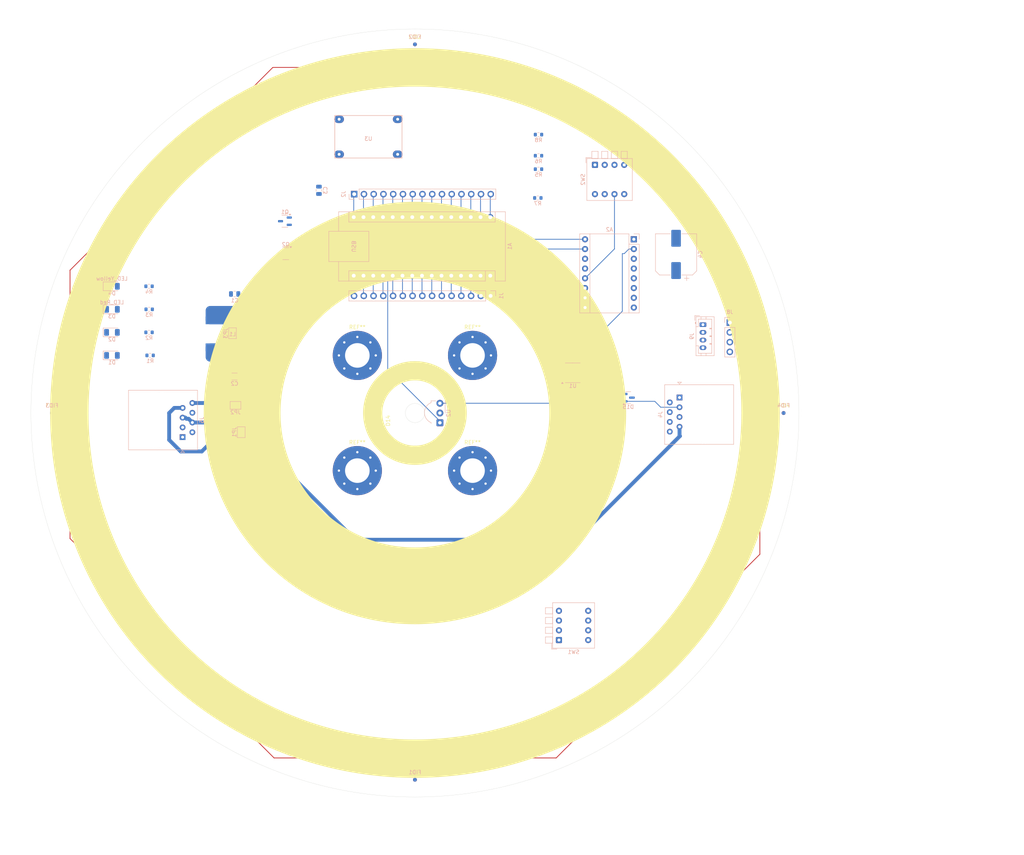
<source format=kicad_pcb>
(kicad_pcb (version 20241229) (generator "pcbnew") (generator_version "9.0")
  (layers (0 "F.Cu" jumper) (2 "B.Cu" signal) (13 "F.Paste" user) (15 "B.Paste" user) (5 "F.SilkS" user "F.Silkscreen") (7 "B.SilkS" user "B.Silkscreen") (1 "F.Mask" user) (3 "B.Mask" user) (25 "Edge.Cuts" user))
  (net 0 "")
  (net 1 "A1")
  (net 2 "Receiver_Enable")
  (net 3 "STEP")
  (net 4 "RJ45_7")
  (net 5 "A3")
  (net 6 "Driver_Input")
  (net 7 "Driver_Enable")
  (net 8 "SCK")
  (net 9 "MISO")
  (net 10 "A6")
  (net 11 "IR_Signal")
  (net 12 "A7")
  (net 13 "+3.3V")
  (net 14 "+5V")
  (net 15 "AREF")
  (net 16 "D8")
  (net 17 "SCL{slash}A5")
  (net 18 "DIR")
  (net 19 "D9")
  (net 20 "D10")
  (net 21 "RESET")
  (net 22 "Receiver_Output")
  (net 23 "RESET2")
  (net 24 "A2")
  (net 25 "SignalA")
  (net 26 "MCU VIN")
  (net 27 "SDA{slash}A4")
  (net 28 "Net-(D1-A)")
  (net 29 "Net-(D2-A)")
  (net 30 "Net-(D3-A)")
  (net 31 "Net-(D4-A)")
  (net 32 "SignalB")
  (net 33 "MOSI")
  (net 34 "Net-(A2-2A)")
  (net 35 "Enable_Indicator")
  (net 36 "Hit_Indicator")
  (net 37 "Net-(A2-MS1)")
  (net 38 "Net-(A2-2B)")
  (net 39 "Net-(A2-1B)")
  (net 40 "Net-(A2-MS3)")
  (net 41 "Net-(A2-MS2)")
  (net 42 "Net-(A2-1A)")
  (net 43 "+24V")
  (net 44 "RJ45_8")
  (net 45 "Net-(D5-A)")
  (net 46 "Net-(D5-K)")
  (net 47 "Net-(D6-K)")
  (net 48 "Net-(D16-K)")
  (net 49 "Net-(D7-K)")
  (net 50 "Net-(D8-K)")
  (net 51 "Net-(D10-A)")
  (net 52 "Net-(D10-K)")
  (net 53 "Net-(D11-K)")
  (net 54 "Net-(D12-K)")
  (net 55 "Net-(D13-K)")
  (net 56 "Net-(D14-K)")
  (net 59 "Net-(D16-A)")
  (net 60 "Net-(D17-K)")
  (net 61 "Net-(D18-K)")
  (net 62 "Net-(D19-K)")
  (net 63 "Net-(D20-K)")
  (net 64 "Net-(D21-A)")
  (net 65 "Net-(D21-K)")
  (net 66 "Net-(D22-K)")
  (net 67 "Net-(D23-K)")
  (net 68 "Net-(D24-K)")
  (net 70 "GND")
  (net 71 "+VDC")
  (footprint "LED_SMD:LED_1206_3216Metric" (layer "F.Cu") (at 200.1 60)
    (property "Reference" "D17")
    (property "Value" "Hit LED")
  )
  (footprint "LED_SMD:LED_1206_3216Metric" (layer "F.Cu") (at 200.1 191.427648)
    (property "Reference" "D8")
    (property "Value" "Enable LED")
  )
  (footprint "Fiducial:Fiducial_1mm_Mask2mm" (layer "F.Cu") (at 200 245.5)
    (property "Reference" "FID1")
    (property "Value" "Fiducial")
  )
  (footprint "MountingHole:MountingHole_6.4mm_M6_Pad_Via" (layer "F.Cu") (at 215 165)
    (property "Reference" "REF**")
    (property "Value" "MountingHole_6.4mm_M6_Pad_Via")
  )
  (footprint "LED_SMD:LED_1206_3216Metric" (layer "F.Cu") (at 200 161)
    (property "Reference" "D25")
    (property "Value" "Hit LED")
  )
  (footprint "LED_SMD:LED_1206_3216Metric" (layer "F.Cu") (at 200 239.810912)
    (property "Reference" "D24")
    (property "Value" "Hit LED")
  )
  (footprint "MountingHole:MountingHole_6.4mm_M6_Pad_Via" (layer "F.Cu") (at 215 135)
    (property "Reference" "REF**")
    (property "Value" "MountingHole_6.4mm_M6_Pad_Via")
  )
  (footprint "LED_SMD:LED_1206_3216Metric" (layer "F.Cu") (at 269.6 207 45)
    (property "Reference" "D23")
    (property "Value" "Hit LED")
  )
  (footprint "LED_SMD:LED_1206_3216Metric" (layer "F.Cu") (at 168.010051 123.489949 45)
    (property "Reference" "D12")
    (property "Value" "Enable LED")
  )
  (footprint "LED_SMD:LED_1206_3216Metric" (layer "F.Cu") (at 168.010051 176.510051 -45)
    (property "Reference" "D9")
    (property "Value" "Enable LED")
  )
  (footprint "MountingHole:MountingHole_6.4mm_M6_Pad_Via" (layer "F.Cu") (at 185 135)
    (property "Reference" "REF**")
    (property "Value" "MountingHole_6.4mm_M6_Pad_Via")
  )
  (footprint "LED_SMD:LED_1206_3216Metric" (layer "F.Cu") (at 134.989949 88.010051 45)
    (property "Reference" "D18")
    (property "Value" "Hit LED")
  )
  (footprint "LED_SMD:LED_1206_3216Metric" (layer "F.Cu") (at 211 150 90)
    (property "Reference" "D6")
    (property "Value" "Enable LED")
  )
  (footprint "Fiducial:Fiducial_1mm_Mask2mm" (layer "F.Cu") (at 200 54)
    (property "Reference" "FID2")
    (property "Value" "Fiducial")
  )
  (footprint "LED_SMD:LED_1206_3216Metric" (layer "F.Cu") (at 232.010051 176.489949 45)
    (property "Reference" "D7")
    (property "Value" "Enable LED")
  )
  (footprint "LED_SMD:LED_1206_3216Metric" (layer "F.Cu") (at 110.189088 150 90)
    (property "Reference" "D19")
    (property "Value" "Hit LED")
  )
  (footprint "Fiducial:Fiducial_1mm_Mask2mm" (layer "F.Cu") (at 105.5 150)
    (property "Reference" "FID3")
    (property "Value" "Fiducial")
  )
  (footprint "LED_SMD:LED_1206_3216Metric" (layer "F.Cu") (at 189.5 150.1 -90)
    (property "Reference" "D14")
    (property "Value" "Enable LED")
  )
  (footprint "MountingHole:MountingHole_6.4mm_M6_Pad_Via" (layer "F.Cu") (at 185 165)
    (property "Reference" "REF**")
    (property "Value" "MountingHole_6.4mm_M6_Pad_Via")
  )
  (footprint "LED_SMD:LED_1206_3216Metric" (layer "F.Cu") (at 241 150 90)
    (property "Reference" "D5")
    (property "Value" "Enable LED")
  )
  (footprint "LED_SMD:LED_1206_3216Metric" (layer "F.Cu") (at 200.100001 108.5)
    (property "Reference" "D11")
    (property "Value" "Enable LED")
  )
  (footprint "LED_SMD:LED_1206_3216Metric" (layer "F.Cu") (at 131.510051 207.510051 135)
    (property "Reference" "D20")
    (property "Value" "Hit LED")
  )
  (footprint "LED_SMD:LED_1206_3216Metric" (layer "F.Cu") (at 200 139)
    (property "Reference" "D16")
    (property "Value" "Hit LED")
  )
  (footprint "LED_SMD:LED_1206_3216Metric" (layer "F.Cu") (at 158.010051 150.489949 90)
    (property "Reference" "D13")
    (property "Value" "Enable LED")
  )
  (footprint "Fiducial:Fiducial_1mm_Mask2mm" (layer "F.Cu") (at 296 150)
    (property "Reference" "FID4")
    (property "Value" "Fiducial")
  )
  (footprint "LED_SMD:LED_1206_3216Metric" (layer "F.Cu") (at 232.010051 123.510051 -45)
    (property "Reference" "D10")
    (property "Value" "Enable LED")
  )
  (footprint "LED_SMD:LED_1206_3216Metric" (layer "F.Cu") (at 289.810912 150 90)
    (property "Reference" "D22")
    (property "Value" "Hit LED")
  )
  (footprint "LED_SMD:LED_1206_3216Metric" (layer "F.Cu") (at 268.510051 91.510051 135)
    (property "Reference" "D21")
    (property "Value" "Hit LED")
  )
  (footprint "Resistor_SMD:R_0603_1608Metric" (layer "B.Cu") (at 232 94)
    (property "Reference" "R7")
    (property "Value" "R")
  )
  (footprint "Jumper:SolderJumper-2_P1.3mm_Open_TrianglePad1.0x1.5mm" (layer "B.Cu") (at 154.775 155 -90)
    (property "Reference" "JP1")
    (property "Value" "EtherKiller1")
  )
  (footprint "LED_SMD:LED_1206_3216Metric" (layer "B.Cu") (at 121.1 129)
    (property "Reference" "D2")
    (property "Value" "LED_White")
  )
  (footprint "Resistor_SMD:R_0603_1608Metric" (layer "B.Cu") (at 131.0375 135)
    (property "Reference" "R1")
    (property "Value" "2k")
  )
  (footprint "LED_SMD:LED_1206_3216Metric" (layer "B.Cu") (at 121.1 135)
    (property "Reference" "D1")
    (property "Value" "LED_Green")
  )
  (footprint "Package_SO:SOIC-8_3.9x4.9mm_P1.27mm" (layer "B.Cu") (at 241.095 139.525)
    (property "Reference" "U1")
    (property "Value" "MAX485E")
  )
  (footprint "Resistor_SMD:R_0603_1608Metric" (layer "B.Cu") (at 232.175 86.5)
    (property "Reference" "R5")
    (property "Value" "R")
  )
  (footprint "Fiducial:Fiducial_1mm_Mask2mm" (layer "B.Cu") (at 200 245.5 180)
    (property "Reference" "FID1")
    (property "Value" "Fiducial")
  )
  (footprint "Connector_RJ:RJ45_Amphenol_54602-x08_Horizontal" (layer "B.Cu") (at 139.5 156.2825 90)
    (property "Reference" "J5")
    (property "Value" "RJ45")
  )
  (footprint "Capacitor_SMD:CP_Elec_10x10.5" (layer "B.Cu") (at 268 108.7 90)
    (property "Reference" "C4")
    (property "Value" "100uF 50V")
  )
  (footprint "Mini360_step-down:Mini360_step-down" (layer "B.Cu") (at 187.88 78.07 180)
    (property "Reference" "U3")
    (property "Value" "Mini360")
  )
  (footprint "Capacitor_SMD:C_0805_2012Metric" (layer "B.Cu") (at 175 92 90)
    (property "Reference" "C3")
    (property "Value" "0.1uF")
  )
  (footprint "Jumper:SolderJumper-2_P1.3mm_Open_TrianglePad1.0x1.5mm" (layer "B.Cu") (at 152.5 129.225 -90)
    (property "Reference" "JP3")
    (property "Value" "Filter Bypass")
  )
  (footprint "Capacitor_SMD:C_1206_3216Metric" (layer "B.Cu") (at 153.025 140.5)
    (property "Reference" "C2")
    (property "Value" "10uF")
  )
  (footprint "OptoDevice:Vishay_MOLD-3Pin" (layer "B.Cu") (at 206.5 152.54 90)
    (property "Reference" "U2")
    (property "Value" "EAIRMCA1")
  )
  (footprint "Connector_JST:JST_PH_B4B-PH-K_1x04_P2.00mm_Vertical" (layer "B.Cu") (at 275 127 -90)
    (property "Reference" "J9")
    (property "Value" "Motor")
  )
  (footprint "Connector_PinSocket_2.54mm:PinSocket_1x15_P2.54mm_Vertical" (layer "B.Cu") (at 219.7 119.5 90)
    (property "Reference" "J1")
    (property "Value" "Conn_01x15")
  )
  (footprint "Package_TO_SOT_SMD:SOT-23" (layer "B.Cu") (at 255.5625 146)
    (property "Reference" "D15")
    (property "Value" "SM712_SOT23")
  )
  (footprint "Module:Arduino_Nano" (layer "B.Cu") (at 219.62 114.24 90)
    (property "Reference" "A1")
    (property "Value" "Arduino_Nano_Every")
  )
  (footprint "Resistor_SMD:R_0603_1608Metric" (layer "B.Cu") (at 232.175 77.5)
    (property "Reference" "R8")
    (property "Value" "R")
  )
  (footprint "Jumper:SolderJumper-2_P1.3mm_Open_TrianglePad1.0x1.5mm" (layer "B.Cu") (at 153.275 148)
    (property "Reference" "JP2")
    (property "Value" "EtherKiller2")
  )
  (footprint "Capacitor_SMD:C_0805_2012Metric" (layer "B.Cu") (at 153.05 119)
    (property "Reference" "C1")
    (property "Value" "0.1uF")
  )
  (footprint "Fiducial:Fiducial_1mm_Mask2mm" (layer "B.Cu") (at 296 150 180)
    (property "Reference" "FID4")
    (property "Value" "Fiducial")
  )
  (footprint "Package_TO_SOT_SMD:SOT-23-3" (layer "B.Cu") (at 166.3625 108.5 180)
    (property "Reference" "Q2")
    (property "Value" "2N7002BK")
  )
  (footprint "Button_Switch_THT:SW_DIP_SPSTx04_Piano_10.8x11.72mm_W7.62mm_P2.54mm" (layer "B.Cu") (at 237.5 209.12)
    (property "Reference" "SW1")
    (property "Value" "SW_DIP_x04")
  )
  (footprint "Resistor_SMD:R_0603_1608Metric" (layer "B.Cu") (at 130.75869 117)
    (property "Reference" "R4")
    (property "Value" "2k")
  )
  (footprint "Fiducial:Fiducial_1mm_Mask2mm" (layer "B.Cu") (at 105.5 150 180)
    (property "Reference" "FID3")
    (property "Value" "Fiducial")
  )
  (footprint "Connector_RJ:RJ45_Amphenol_54602-x08_Horizontal" (layer "B.Cu") (at 268.9 145.96 -90)
    (property "Reference" "J4")
    (property "Value" "RJ45")
  )
  (footprint "Package_TO_SOT_SMD:SOT-23-3" (layer "B.Cu") (at 166.1375 100.05 180)
    (property "Reference" "Q1")
    (property "Value" "2N7002BK")
  )
  (footprint "LED_SMD:LED_1206_3216Metric" (layer "B.Cu") (at 121.1 117)
    (property "Reference" "D4")
    (property "Value" "LED_Yellow")
  )
  (footprint "Resistor_SMD:R_0603_1608Metric" (layer "B.Cu") (at 130.75869 129)
    (property "Reference" "R2")
    (property "Value" "2k")
  )
  (footprint "Fiducial:Fiducial_1mm_Mask2mm" (layer "B.Cu") (at 200 54 180)
    (property "Reference" "FID2")
    (property "Value" "Fiducial")
  )
  (footprint "LED_SMD:LED_1206_3216Metric" (layer "B.Cu") (at 121.1 123)
    (property "Reference" "D3")
    (property "Value" "LED_Red")
  )
  (footprint "Button_Switch_THT:SW_DIP_SPSTx04_Piano_10.8x11.72mm_W7.62mm_P2.54mm" (layer "B.Cu") (at 246.88 85.38 -90)
    (property "Reference" "SW2")
    (property "Value" "SW_DIP_x04")
  )
  (footprint "Resistor_SMD:R_0603_1608Metric" (layer "B.Cu") (at 232.175 83)
    (property "Reference" "R6")
    (property "Value" "R")
  )
  (footprint "Mini360_step-down:Inductor_SDR1307" (layer "B.Cu") (at 152.5 129.375 180)
    (property "Reference" "L1")
    (property "Value" "1mH")
  )
  (footprint "Connector_PinSocket_2.54mm:PinSocket_1x04_P2.54mm_Vertical" (layer "B.Cu") (at 282 126.46 180)
    (property "Reference" "J8")
    (property "Value" "Motor")
  )
  (footprint "Module:Pololu_Breakout-16_15.2x20.3mm" (layer "B.Cu") (at 257 104.76 180)
    (property "Reference" "A2")
    (property "Value" "Pololu_Breakout_A4988")
  )
  (footprint "Connector_PinSocket_2.54mm:PinSocket_1x15_P2.54mm_Vertical" (layer "B.Cu") (at 184.18 93 -90)
    (property "Reference" "J2")
    (property "Value" "Conn_01x15")
  )
  (footprint "Resistor_SMD:R_0603_1608Metric" (layer "B.Cu") (at 130.79619 123)
    (property "Reference" "R3")
    (property "Value" "2k")
  )
  (gr_circle (center 200 150) (end 245 150) (stroke (width 20)) (fill no) (layer "F.SilkS"))
  (gr_circle (center 200 150) (end 211 150) (stroke (width 5)) (fill no) (layer "F.SilkS"))
  (gr_circle (center 200 150) (end 290 150) (stroke (width 10)) (fill no) (layer "F.SilkS"))
  (gr_circle (center 200 150) (end 202.5 150) (stroke (width 0.05)) (fill no) (layer "Edge.Cuts"))
  (gr_circle (center 200 150) (end 300 150) (stroke (width 0.05)) (fill no) (layer "Edge.Cuts"))
  (gr_text "V" (at 240.5 150.5 0) (layer "F.SilkS" knockout) (effects (font (size 1 1) (thickness 0.2) (bold yes)) (justify left bottom)))
  (segment (start 194.22 93.12) (end 194.34 93) (width 0.2) (layer "B.Cu") (net 1))
  (segment (start 194.22 99) (end 194.22 93.12) (width 0.2) (layer "B.Cu") (net 1))
  (segment (start 206.92 114.24) (end 206.92 119.42) (width 0.2) (layer "B.Cu") (net 2))
  (segment (start 206.92 119.42) (end 207 119.5) (width 0.2) (layer "B.Cu") (net 2))
  (segment (start 244.3 107.3) (end 206.24 107.3) (width 0.2) (layer "B.Cu") (net 3))
  (segment (start 206.24 107.3) (end 199.3 114.24) (width 0.2) (layer "B.Cu") (net 3))
  (segment (start 199.3 119.42) (end 199.38 119.5) (width 0.2) (layer "B.Cu") (net 3))
  (segment (start 199.3 114.24) (end 199.3 119.42) (width 0.2) (layer "B.Cu") (net 3))
  (segment (start 155.723298 154.275) (end 184.448298 183) (width 1) (layer "B.Cu") (net 4))
  (segment (start 139.5 148.6625) (end 137.3375 148.6625) (width 1) (layer "B.Cu") (net 4))
  (segment (start 136 150) (end 136 157) (width 1) (layer "B.Cu") (net 4))
  (segment (start 154.775 154.275) (end 155.723298 154.275) (width 1) (layer "B.Cu") (net 4))
  (segment (start 144.5 160) (end 150.225 154.275) (width 1) (layer "B.Cu") (net 4))
  (segment (start 150.225 154.275) (end 154.775 154.275) (width 1) (layer "B.Cu") (net 4))
  (segment (start 156.5 152.55) (end 156.5 145) (width 1) (layer "B.Cu") (net 4))
  (segment (start 139 160) (end 144.5 160) (width 1) (layer "B.Cu") (net 4))
  (segment (start 154.775 154.275) (end 156.5 152.55) (width 1) (layer "B.Cu") (net 4))
  (segment (start 242 183) (end 269 156) (width 1) (layer "B.Cu") (net 4))
  (segment (start 184.448298 183) (end 242 183) (width 1) (layer "B.Cu") (net 4))
  (segment (start 137.3375 148.6625) (end 136 150) (width 1) (layer "B.Cu") (net 4))
  (segment (start 136 157) (end 139 160) (width 1) (layer "B.Cu") (net 4))
  (segment (start 269 156) (end 268.9 155.9) (width 1) (layer "B.Cu") (net 4))
  (segment (start 268.9 155.9) (end 268.9 153.58) (width 1) (layer "B.Cu") (net 4))
  (segment (start 199.3 93.12) (end 199.42 93) (width 0.2) (layer "B.Cu") (net 5))
  (segment (start 199.3 99) (end 199.3 93.12) (width 0.2) (layer "B.Cu") (net 5))
  (segment (start 219.62 114.24) (end 219.62 119.42) (width 0.2) (layer "B.Cu") (net 6))
  (segment (start 219.62 119.42) (end 219.7 119.5) (width 0.2) (layer "B.Cu") (net 6))
  (segment (start 209.46 119.42) (end 209.54 119.5) (width 0.2) (layer "B.Cu") (net 7))
  (segment (start 209.46 114.24) (end 209.46 119.42) (width 0.2) (layer "B.Cu") (net 7))
  (segment (start 184.06 99) (end 184.06 93.12) (width 0.2) (layer "B.Cu") (net 8))
  (segment (start 184.06 93.12) (end 184.18 93) (width 0.2) (layer "B.Cu") (net 8))
  (segment (start 184.06 119.42) (end 184.14 119.5) (width 0.2) (layer "B.Cu") (net 9))
  (segment (start 184.06 114.24) (end 184.06 119.42) (width 0.2) (layer "B.Cu") (net 9))
  (segment (start 206.92 93.12) (end 207.04 93) (width 0.2) (layer "B.Cu") (net 10))
  (segment (start 206.92 99) (end 206.92 93.12) (width 0.2) (layer "B.Cu") (net 10))
  (segment (start 206.5 152.54) (end 206.5 152.114523) (width 0.2) (layer "B.Cu") (net 11))
  (segment (start 192.911 138.525523) (end 192.911 100.231) (width 0.2) (layer "B.Cu") (net 11))
  (segment (start 192.911 100.231) (end 191.68 99) (width 0.2) (layer "B.Cu") (net 11))
  (segment (start 191.68 93.12) (end 191.8 93) (width 0.2) (layer "B.Cu") (net 11))
  (segment (start 191.68 99) (end 191.68 93.12) (width 0.2) (layer "B.Cu") (net 11))
  (segment (start 206.5 152.114523) (end 192.911 138.525523) (width 0.2) (layer "B.Cu") (net 11))
  (segment (start 209.46 99) (end 209.46 93.12) (width 0.2) (layer "B.Cu") (net 12))
  (segment (start 209.46 93.12) (end 209.58 93) (width 0.2) (layer "B.Cu") (net 12))
  (segment (start 186.6 99) (end 186.6 93.12) (width 0.2) (layer "B.Cu") (net 13))
  (segment (start 186.6 93.12) (end 186.72 93) (width 0.2) (layer "B.Cu") (net 13))
  (segment (start 254 108.5) (end 254.5 108.5) (width 0.2) (layer "B.Cu") (net 14))
  (segment (start 212 99) (end 212 93.12) (width 0.2) (layer "B.Cu") (net 14))
  (segment (start 255.7 107.3) (end 257 107.3) (width 0.2) (layer "B.Cu") (net 14))
  (segment (start 242 141) (end 242 135.5) (width 0.2) (layer "B.Cu") (net 14))
  (segment (start 254 123.5) (end 254 108.5) (width 0.2) (layer "B.Cu") (net 14))
  (segment (start 242 135.5) (end 254 123.5) (width 0.2) (layer "B.Cu") (net 14))
  (segment (start 236.54 147.46) (end 242.57 141.43) (width 0.2) (layer "B.Cu") (net 14))
  (segment (start 206.5 147.46) (end 236.54 147.46) (width 0.2) (layer "B.Cu") (net 14))
  (segment (start 212 93.12) (end 212.12 93) (width 0.2) (layer "B.Cu") (net 14))
  (segment (start 254.5 108.5) (end 255.7 107.3) (width 0.2) (layer "B.Cu") (net 14))
  (segment (start 242.57 141.43) (end 243.57 141.43) (width 0.2) (layer "B.Cu") (net 14))
  (segment (start 242.43 141.43) (end 242 141) (width 0.2) (layer "B.Cu") (net 14))
  (segment (start 243.57 141.43) (end 242.43 141.43) (width 0.2) (layer "B.Cu") (net 14))
  (segment (start 189.14 99) (end 189.14 93.12) (width 0.2) (layer "B.Cu") (net 15))
  (segment (start 189.14 93.12) (end 189.26 93) (width 0.2) (layer "B.Cu") (net 15))
  (segment (start 194.22 114.24) (end 194.22 119.42) (width 0.2) (layer "B.Cu") (net 16))
  (segment (start 194.22 119.42) (end 194.3 119.5) (width 0.2) (layer "B.Cu") (net 16))
  (segment (start 204.38 99) (end 204.38 93.12) (width 0.2) (layer "B.Cu") (net 17))
  (segment (start 204.38 93.12) (end 204.5 93) (width 0.2) (layer "B.Cu") (net 17))
  (segment (start 196.76 119.42) (end 196.84 119.5) (width 0.2) (layer "B.Cu") (net 18))
  (segment (start 244.3 104.76) (end 206.24 104.76) (width 0.2) (layer "B.Cu") (net 18))
  (segment (start 206.24 104.76) (end 196.76 114.24) (width 0.2) (layer "B.Cu") (net 18))
  (segment (start 196.76 114.24) (end 196.76 119.42) (width 0.2) (layer "B.Cu") (net 18))
  (segment (start 191.68 119.42) (end 191.76 119.5) (width 0.2) (layer "B.Cu") (net 19))
  (segment (start 191.68 114.24) (end 191.68 119.42) (width 0.2) (layer "B.Cu") (net 19))
  (segment (start 189.14 114.24) (end 189.14 119.42) (width 0.2) (layer "B.Cu") (net 20))
  (segment (start 189.14 119.42) (end 189.22 119.5) (width 0.2) (layer "B.Cu") (net 20))
  (segment (start 214.54 114.24) (end 214.54 119.42) (width 0.2) (layer "B.Cu") (net 21))
  (segment (start 214.54 119.42) (end 214.62 119.5) (width 0.2) (layer "B.Cu") (net 21))
  (segment (start 217.08 114.24) (end 217.08 119.42) (width 0.2) (layer "B.Cu") (net 22))
  (segment (start 217.08 119.42) (end 217.16 119.5) (width 0.2) (layer "B.Cu") (net 22))
  (segment (start 214.54 93.12) (end 214.66 93) (width 0.2) (layer "B.Cu") (net 23))
  (segment (start 214.54 99) (end 214.54 93.12) (width 0.2) (layer "B.Cu") (net 23))
  (segment (start 196.76 99) (end 196.76 93.12) (width 0.2) (layer "B.Cu") (net 24))
  (segment (start 196.76 93.12) (end 196.88 93) (width 0.2) (layer "B.Cu") (net 24))
  (segment (start 243.57 138.89) (end 248.465 138.89) (width 0.2) (layer "B.Cu") (net 25))
  (segment (start 248.465 138.89) (end 254.625 145.05) (width 0.2) (layer "B.Cu") (net 25))
  (segment (start 219.62 99) (end 219.62 93.12) (width 0.2) (layer "B.Cu") (net 26))
  (segment (start 219.62 93.12) (end 219.74 93) (width 0.2) (layer "B.Cu") (net 26))
  (segment (start 201.84 93.12) (end 201.96 93) (width 0.2) (layer "B.Cu") (net 27))
  (segment (start 201.84 99) (end 201.84 93.12) (width 0.2) (layer "B.Cu") (net 27))
  (segment (start 262.45 146.95) (end 264 148.5) (width 0.2) (layer "B.Cu") (net 32))
  (segment (start 254.625 146.95) (end 262.45 146.95) (width 0.2) (layer "B.Cu") (net 32))
  (segment (start 252.95 146.95) (end 246.16 140.16) (width 0.2) (layer "B.Cu") (net 32))
  (segment (start 254.625 146.95) (end 252.95 146.95) (width 0.2) (layer "B.Cu") (net 32))
  (segment (start 264 148.5) (end 268.9 148.5) (width 0.2) (layer "B.Cu") (net 32))
  (segment (start 246.16 140.16) (end 243.57 140.16) (width 0.2) (layer "B.Cu") (net 32))
  (segment (start 186.6 119.42) (end 186.68 119.5) (width 0.2) (layer "B.Cu") (net 33))
  (segment (start 186.6 114.24) (end 186.6 119.42) (width 0.2) (layer "B.Cu") (net 33))
  (segment (start 204.38 119.42) (end 204.46 119.5) (width 0.2) (layer "B.Cu") (net 35))
  (segment (start 204.38 114.24) (end 204.38 119.42) (width 0.2) (layer "B.Cu") (net 35))
  (segment (start 201.84 114.24) (end 201.84 119.42) (width 0.2) (layer "B.Cu") (net 36))
  (segment (start 201.84 119.42) (end 201.92 119.5) (width 0.2) (layer "B.Cu") (net 36))
  (segment (start 251.96 93) (end 251.96 107.26) (width 0.2) (layer "B.Cu") (net 40))
  (segment (start 251.96 107.26) (end 244.3 114.92) (width 0.2) (layer "B.Cu") (net 40))
  (segment (start 142.04 147.3925) (end 151.9425 147.3925) (width 1) (layer "B.Cu") (net 44))
  (segment (start 151.9425 147.3925) (end 152.55 148) (width 1) (layer "B.Cu") (net 44))
  (segment (start 135.979898 87.020102) (end 163 60) (width 0.2) (layer "F.Cu") (net 60))
  (segment (start 163 60) (end 198.7 60) (width 0.2) (layer "F.Cu") (net 60))
  (segment (start 110.189088 112.810912) (end 134 89) (width 0.2) (layer "F.Cu") (net 61))
  (segment (start 110.189088 148.6) (end 110.189088 112.810912) (width 0.2) (layer "F.Cu") (net 61))
  (segment (start 110.189088 182.689088) (end 110.189088 151.4) (width 0.2) (layer "F.Cu") (net 62))
  (segment (start 130.520102 203.020102) (end 110.189088 182.689088) (width 0.2) (layer "F.Cu") (net 62))
  (segment (start 130.520102 206.520102) (end 130.520102 203.020102) (width 0.2) (layer "F.Cu") (net 62))
  (segment (start 289.810912 124.810912) (end 289.810912 148.6) (width 0.2) (layer "F.Cu") (net 65))
  (segment (start 269.5 94.5) (end 284 109) (width 0.2) (layer "F.Cu") (net 65))
  (segment (start 269.5 92.5) (end 269.5 94.5) (width 0.2) (layer "F.Cu") (net 65))
  (segment (start 284 109) (end 284 119) (width 0.2) (layer "F.Cu") (net 65))
  (segment (start 284 119) (end 289.810912 124.810912) (width 0.2) (layer "F.Cu") (net 65))
  (segment (start 289.810912 186.789088) (end 270.589949 206.010051) (width 0.2) (layer "F.Cu") (net 66))
  (segment (start 289.810912 151.4) (end 289.810912 186.789088) (width 0.2) (layer "F.Cu") (net 66))
  (segment (start 268.610051 207.989949) (end 236.789088 239.810912) (width 0.2) (layer "F.Cu") (net 67))
  (segment (start 236.789088 239.810912) (end 201.4 239.810912) (width 0.2) (layer "F.Cu") (net 67))
  (segment (start 198.6 239.810912) (end 163.310912 239.810912) (width 0.2) (layer "F.Cu") (net 68))
  (segment (start 163.310912 239.810912) (end 132.904781 209.404781) (width 0.2) (layer "F.Cu") (net 68))
  (segment (start 212 114.24) (end 212 119.42) (width 0.2) (layer "B.Cu") (net 70))
  (segment (start 217.08 93.12) (end 217.2 93) (width 0.2) (layer "B.Cu") (net 70))
  (segment (start 217.08 99) (end 217.08 93.12) (width 0.2) (layer "B.Cu") (net 70))
  (segment (start 212 119.42) (end 212.08 119.5) (width 0.2) (layer "B.Cu") (net 70))
  (segment (start 140.2025 151.2025) (end 140.5 151.5) (width 1) (layer "B.Cu") (net 71))
  (segment (start 139.5 151.2025) (end 140.2025 151.2025) (width 1) (layer "B.Cu") (net 71))
  (segment (start 141.0675 151.5) (end 142.04 152.4725) (width 1) (layer "B.Cu") (net 71))
  (segment (start 154.255903 148.744097) (end 154.255903 148) (width 1) (layer "B.Cu") (net 71))
  (segment (start 150.5275 152.4725) (end 154.255903 148.744097) (width 1) (layer "B.Cu") (net 71))
  (segment (start 142.04 152.4725) (end 150.5275 152.4725) (width 1) (layer "B.Cu") (net 71))
  (segment (start 140.5 151.5) (end 141.0675 151.5) (width 1) (layer "B.Cu") (net 71))
)
</source>
